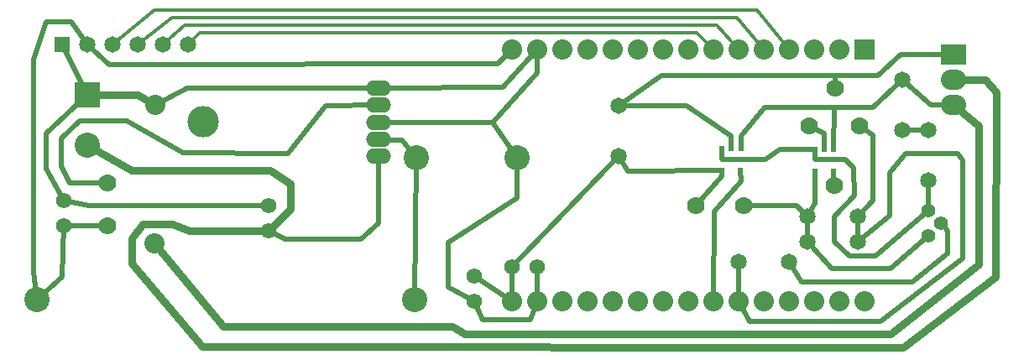
<source format=gbl>
%FSTAX24Y24*%
%MOIN*%
%IN ServoBoardSlim.GBL *%
%ADD10C,0.0138*%
%ADD11C,0.0197*%
%ADD12C,0.0300*%
%ADD13C,0.0550*%
%ADD14C,0.0620*%
%ADD15C,0.0650*%
%ADD16C,0.0700*%
%ADD17C,0.0800*%
%ADD18C,0.1000*%
%ADD19C,0.1250*%
%ADD20O,0.1000X0.0600*%
%ADD21O,0.1000X0.0800*%
%ADD22R,0.0197X0.0246*%
%ADD23R,0.0620X0.0620*%
%ADD24R,0.0800X0.0800*%
%ADD25R,0.1000X0.0800*%
%ADD26R,0.1000X0.1000*%
D25*X0374Y01185D03*D15*X024108Y009805D03*D22*X028574Y0081D03*D16*
X0327Y0105D03*D23*X002Y01225D03*D26*X003Y01025D03*D14*X00205Y00605D03*
X0102Y00585D03*D17*X005709Y009843D03*D20*X014566Y010502D03*D17*
X020858Y012055D03*D20*X014568Y009155D03*D18*X02005Y00775D03*D14*
X018358Y002055D03*D17*X020858D03*D14*X02085Y0034D03*D15*X004Y01225D03*
D17*X030858Y012055D03*D15*X005Y01225D03*D17*X029858Y012055D03*D15*
X007Y01225D03*D17*X027858Y012055D03*D18*X003Y00825D03*D14*
X0102Y00485D03*D21*X0374Y01085D03*D20*X014569Y007802D03*D19*
X007585Y009163D03*D20*X014576Y008481D03*D18*X01605Y00775D03*
X016Y0021D03*D24*X033858Y012055D03*D17*X024858D03*X023858D03*
X022858D03*X021858D03*Y002055D03*X022858D03*X032858Y012055D03*
X023858Y002055D03*X024858D03*X025858D03*X026858D03*X029858D03*
X030858D03*X031858D03*X032858D03*X031858Y012055D03*X033858Y002055D03*
X028858Y012055D03*D15*X006Y01225D03*D17*X026858Y012055D03*X025858D03*
D22*X028947Y007232D03*D17*X027858Y002055D03*D22*X032264Y008074D03*D16*
X03165Y009D03*D22*X032637Y007206D03*D16*X03265Y00665D03*D13*
X0369Y00515D03*D15*X03085Y0036D03*X02885D03*D17*X028858Y002055D03*D15*
X033608Y004405D03*Y005405D03*D16*X03365Y009D03*D15*X0364Y00685D03*D13*
Y00565D03*D22*X03189Y008074D03*X0282Y0081D03*D15*X0364Y00885D03*
X03535D03*D16*X0038Y00505D03*D14*X00205D03*D18*X001Y0021D03*D15*
X003Y01225D03*D17*X019858Y012055D03*X00565Y00435D03*D21*X0374Y00985D03*
D15*X03535Y01085D03*D22*X028948Y0081D03*X032638Y008074D03*D16*
X02715Y00585D03*D22*X028199Y007232D03*D15*X024108Y007805D03*D14*
X01985Y0034D03*D17*X019858Y002055D03*D14*X018358Y003055D03*D16*
X02905Y00585D03*D15*X031608Y005405D03*Y004405D03*D13*X0364Y00465D03*
D22*X031889Y007206D03*D16*X0038Y00675D03*D20*X014567Y009843D03*D11*
X0374Y01185D02*G01X0353D01*X0344Y011D01*X0327D01*X0258D01*
X024108Y009805D01*X0268Y0098D01*X02855Y0086D01*X028574Y0081D01*
X0327Y011D02*Y0105D01*X002Y01225D02*X003Y01025D01*X00135Y0087D01*
Y0073D01*X00205Y00605D01*X00305Y00585D01*X0102D01*D12*X003Y01025D02*
X005D01*X005709Y009843D01*D11*X00695Y0105D01*X014566Y010502D01*
X0195Y01055D01*X020858Y012055D01*X02085Y0111D01*X0191Y00915D01*
X014568Y009155D01*X0191Y00915D02*X02005Y00775D01*X020079Y006149D01*
X017323Y004378D01*Y002606D01*X018358Y002055D01*X0187Y0013D01*X0206D01*
X020858Y002055D01*X02085Y0034D01*D10*X004Y01225D02*X00565Y0136D01*
X0296D01*X030858Y012055D01*X005Y01225D02*X00635Y0133D01*X0288D01*
X029858Y012055D01*X007Y01225D02*X00745Y0127D01*X0272D01*
X027858Y012055D01*D12*X003Y00825D02*X00475Y00725D01*X01025D01*
X01105Y0067D01*Y0057D01*X0102Y00485D01*X00705D01*X00635Y0051D01*
X0052D01*X00475Y00455D01*Y00355D01*X00755Y00025D01*X0354Y0002D01*
X03905Y003D01*X0391Y01035D01*X03865Y01085D01*X0374D01*D11*
X0102Y00485D02*X01085Y0045D01*X013877Y004511D01*X01455Y00515D01*
X014569Y007802D01*X014576Y008481D02*X0155Y00845D01*X01605Y00775D01*
X016Y0021D01*D10*X028858Y012055D02*X028Y013D01*X00685D01*X006Y01225D01*
D11*X028947Y007232D02*X02895Y0068D01*X0279Y0056D01*X027858Y002055D01*
X032264Y008074D02*X03225Y0087D01*X03165Y009D01*X032637Y007206D02*
X03265Y00665D01*X0369Y00515D02*X03715Y00485D01*Y00395D01*
X03575Y0028D01*X03135D01*X03085Y0036D01*X02885D02*X028858Y002055D01*
X0293Y00125D01*X0345D01*X03775Y00375D01*Y00765D01*X03755Y0079D01*
X0355D01*X03485Y00715D01*Y00545D01*X033608Y004405D01*Y005405D01*
X0342Y00605D01*Y00865D01*X03365Y009D01*X0364Y00685D02*Y00565D01*
X0343Y00385D01*X03325D01*X03265Y0044D01*Y0054D01*X03345Y00625D01*
X033428Y007351D01*X033099Y00768D01*X03189D01*Y008074D01*X030512D01*
X029921Y00768D01*X028189D01*X0282Y0081D01*X0364Y00885D02*X03535D01*
X0038Y00505D02*X00205D01*X002Y003D01*X001Y0021D01*X00085Y0032D01*
Y01165D01*X00135Y01315D01*X00235D01*X003Y01225D01*X00385Y01145D01*
X019291Y011464D01*X019858Y012055D01*D12*X00565Y00435D02*X0084Y00105D01*
X0175D01*X018Y00075D01*X0349D01*X0384Y0035D01*Y009D01*X0374Y00985D01*
D11*X0365D01*X03535Y01085D01*X0342Y00975D01*X03265D01*X0299D01*
X02895Y0086D01*X028948Y0081D01*X03265Y00975D02*X032638Y008074D01*
X02715Y00585D02*X0282Y007D01*X028199Y007232D01*X02445Y0072D01*
X024108Y007805D01*X01985Y0034D01*X019858Y002055D01*X018358Y003055D01*
X02905Y00585D02*X03115D01*X031608Y005405D01*Y004405D01*X03255Y00335D01*
X0349D01*X0364Y00465D01*X031608Y005405D02*X0319Y00595D01*
X031889Y007206D01*X0038Y00675D02*X0023D01*X00195Y0074D01*Y0085D01*
X0027Y0092D01*X00455D01*X0068Y00795D01*X01095Y0079D01*X01245Y0098D01*
X014567Y009843D01*
M02*
</source>
